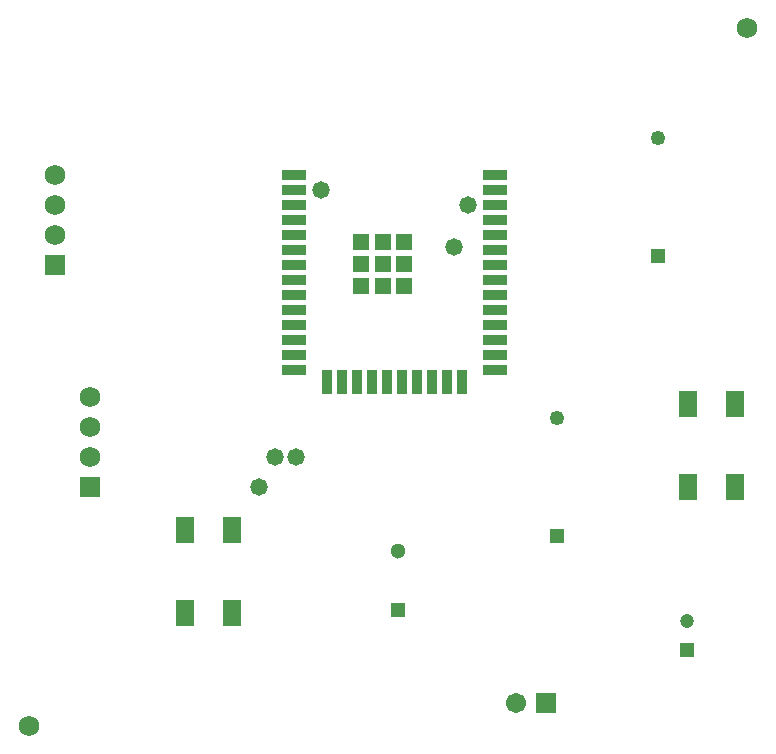
<source format=gbr>
G04*
G04 #@! TF.GenerationSoftware,Altium Limited,Altium Designer,22.4.2 (48)*
G04*
G04 Layer_Color=8388736*
%FSLAX25Y25*%
%MOIN*%
G70*
G04*
G04 #@! TF.SameCoordinates,897C8E4D-7720-40B5-A877-0FB78C4BABC8*
G04*
G04*
G04 #@! TF.FilePolarity,Negative*
G04*
G01*
G75*
%ADD16R,0.05236X0.05236*%
%ADD17R,0.03543X0.07874*%
%ADD18R,0.07874X0.03543*%
%ADD19R,0.06312X0.08674*%
%ADD20C,0.05118*%
%ADD21R,0.05118X0.05118*%
%ADD22C,0.06800*%
%ADD23C,0.04921*%
%ADD24R,0.04921X0.04921*%
%ADD25C,0.04724*%
%ADD26R,0.04724X0.04724*%
%ADD27R,0.06706X0.06706*%
%ADD28C,0.06706*%
%ADD29R,0.06902X0.06902*%
%ADD30C,0.06902*%
%ADD31C,0.05800*%
D16*
X441252Y431748D02*
D03*
X434028D02*
D03*
X426803D02*
D03*
X441252Y438972D02*
D03*
X434028D02*
D03*
X426803D02*
D03*
X441252Y446197D02*
D03*
X434028D02*
D03*
X426803D02*
D03*
D17*
X460465Y399563D02*
D03*
X455465D02*
D03*
X450465D02*
D03*
X445465D02*
D03*
X440465D02*
D03*
X435465D02*
D03*
X430465D02*
D03*
X425465D02*
D03*
X420465D02*
D03*
X415465D02*
D03*
D18*
X471429Y468500D02*
D03*
Y463500D02*
D03*
Y458500D02*
D03*
Y453500D02*
D03*
Y448500D02*
D03*
Y443500D02*
D03*
Y438500D02*
D03*
Y433500D02*
D03*
Y428500D02*
D03*
Y423500D02*
D03*
Y418500D02*
D03*
Y413500D02*
D03*
Y408500D02*
D03*
Y403500D02*
D03*
X404500D02*
D03*
Y408500D02*
D03*
Y413500D02*
D03*
Y418500D02*
D03*
Y423500D02*
D03*
Y428500D02*
D03*
Y433500D02*
D03*
Y438500D02*
D03*
Y443500D02*
D03*
Y448500D02*
D03*
Y453500D02*
D03*
Y458500D02*
D03*
Y463500D02*
D03*
Y468500D02*
D03*
D19*
X383874Y350280D02*
D03*
Y322721D02*
D03*
X368126Y350280D02*
D03*
Y322721D02*
D03*
X551374Y392280D02*
D03*
Y364720D02*
D03*
X535626Y392280D02*
D03*
Y364720D02*
D03*
D20*
X439000Y343343D02*
D03*
D21*
Y323657D02*
D03*
D22*
X555500Y517500D02*
D03*
X316000Y285000D02*
D03*
D23*
X492000Y387685D02*
D03*
X525626Y480965D02*
D03*
D24*
X492000Y348315D02*
D03*
X525626Y441595D02*
D03*
D25*
X535500Y320000D02*
D03*
D26*
Y310158D02*
D03*
D27*
X488500Y292500D02*
D03*
D28*
X478500D02*
D03*
D29*
X336500Y364500D02*
D03*
X324626Y438780D02*
D03*
D30*
X336500Y374500D02*
D03*
Y384500D02*
D03*
Y394500D02*
D03*
X324626Y448780D02*
D03*
Y458780D02*
D03*
Y468780D02*
D03*
D31*
X413400Y463500D02*
D03*
X457700Y444500D02*
D03*
X462600Y458500D02*
D03*
X405000Y374600D02*
D03*
X392900Y364500D02*
D03*
X398100Y374500D02*
D03*
M02*

</source>
